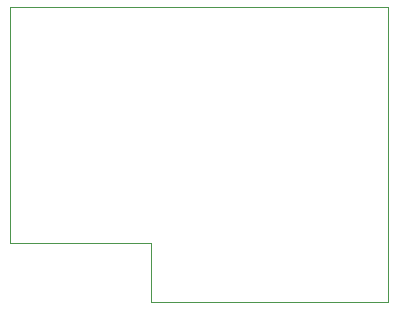
<source format=gbr>
%TF.GenerationSoftware,KiCad,Pcbnew,(5.1.8-0-10_14)*%
%TF.CreationDate,2020-11-27T12:30:10+01:00*%
%TF.ProjectId,FET_Driver,4645545f-4472-4697-9665-722e6b696361,rev?*%
%TF.SameCoordinates,Original*%
%TF.FileFunction,Profile,NP*%
%FSLAX46Y46*%
G04 Gerber Fmt 4.6, Leading zero omitted, Abs format (unit mm)*
G04 Created by KiCad (PCBNEW (5.1.8-0-10_14)) date 2020-11-27 12:30:10*
%MOMM*%
%LPD*%
G01*
G04 APERTURE LIST*
%TA.AperFunction,Profile*%
%ADD10C,0.050000*%
%TD*%
G04 APERTURE END LIST*
D10*
X140000000Y-68000000D02*
X140000000Y-73000000D01*
X108000000Y-68000000D02*
X140000000Y-68000000D01*
X108000000Y-73000000D02*
X108000000Y-68000000D01*
X120000000Y-88000000D02*
X108000000Y-88000000D01*
X120000000Y-93000000D02*
X120000000Y-88000000D01*
X108000000Y-73000000D02*
X108000000Y-88000000D01*
X140000000Y-93000000D02*
X140000000Y-73000000D01*
X120000000Y-93000000D02*
X140000000Y-93000000D01*
M02*

</source>
